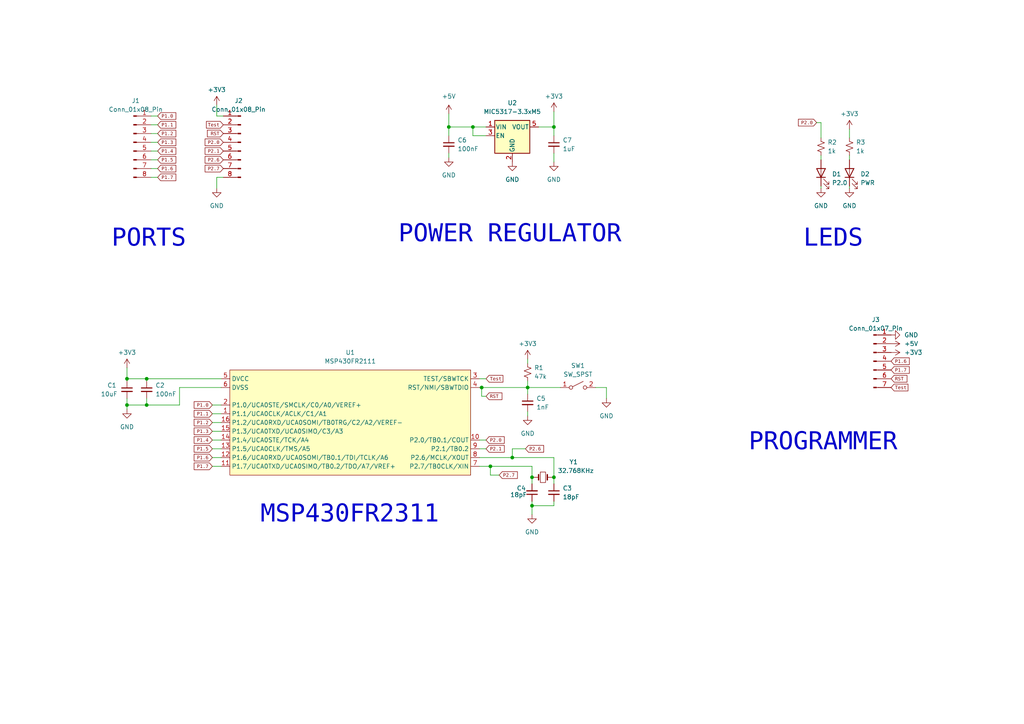
<source format=kicad_sch>
(kicad_sch (version 20230121) (generator eeschema)
  (paper "A4")
  (title_block (title "MSP430FR2111 Breakout") (date "2024-06-25") (rev "1.0") (company "Useful Splendour"))
  (lib_symbols
    (symbol "Connector:Conn_01x07_Pin" (pin_names (offset 1.016) hide)
      (property "Reference" "J" (at 0 10.16 0))
      (property "Value" "Conn_01x07_Pin" (at 0 -10.16 0))
      (symbol "Conn_01x07_Pin_1_1"
        (polyline (pts (xy 1.27 -7.62) (xy 0.8636 -7.62)) (stroke (width 0.1524)))
        (polyline (pts (xy 1.27 -5.08) (xy 0.8636 -5.08)) (stroke (width 0.1524)))
        (polyline (pts (xy 1.27 -2.54) (xy 0.8636 -2.54)) (stroke (width 0.1524)))
        (polyline (pts (xy 1.27 0) (xy 0.8636 0)) (stroke (width 0.1524)))
        (polyline (pts (xy 1.27 2.54) (xy 0.8636 2.54)) (stroke (width 0.1524)))
        (polyline (pts (xy 1.27 5.08) (xy 0.8636 5.08)) (stroke (width 0.1524)))
        (polyline (pts (xy 1.27 7.62) (xy 0.8636 7.62)) (stroke (width 0.1524)))
        (rectangle (start 0.8636 -7.493) (end 0 -7.747) (stroke (width 0.1524)) (fill (type outline)))
        (rectangle (start 0.8636 -4.953) (end 0 -5.207) (stroke (width 0.1524)) (fill (type outline)))
        (rectangle (start 0.8636 -2.413) (end 0 -2.667) (stroke (width 0.1524)) (fill (type outline)))
        (rectangle (start 0.8636 0.127) (end 0 -0.127) (stroke (width 0.1524)) (fill (type outline)))
        (rectangle (start 0.8636 2.667) (end 0 2.413) (stroke (width 0.1524)) (fill (type outline)))
        (rectangle (start 0.8636 5.207) (end 0 4.953) (stroke (width 0.1524)) (fill (type outline)))
        (rectangle (start 0.8636 7.747) (end 0 7.493) (stroke (width 0.1524)) (fill (type outline)))
        (pin passive line (at 5.08 7.62 180) (length 3.81) (name "Pin_1") (number "1"))
        (pin passive line (at 5.08 5.08 180) (length 3.81) (name "Pin_2") (number "2"))
        (pin passive line (at 5.08 2.54 180) (length 3.81) (name "Pin_3") (number "3"))
        (pin passive line (at 5.08 0 180) (length 3.81) (name "Pin_4") (number "4"))
        (pin passive line (at 5.08 -2.54 180) (length 3.81) (name "Pin_5") (number "5"))
        (pin passive line (at 5.08 -5.08 180) (length 3.81) (name "Pin_6") (number "6"))
        (pin passive line (at 5.08 -7.62 180) (length 3.81) (name "Pin_7") (number "7"))
      )
    )
    (symbol "Connector:Conn_01x08_Pin" (pin_names (offset 1.016) hide)
      (property "Reference" "J" (at 0 10.16 0))
      (property "Value" "Conn_01x08_Pin" (at 0 -12.7 0))
      (symbol "Conn_01x08_Pin_1_1"
        (polyline (pts (xy 1.27 -10.16) (xy 0.8636 -10.16)) (stroke (width 0.1524)))
        (polyline (pts (xy 1.27 -7.62) (xy 0.8636 -7.62)) (stroke (width 0.1524)))
        (polyline (pts (xy 1.27 -5.08) (xy 0.8636 -5.08)) (stroke (width 0.1524)))
        (polyline (pts (xy 1.27 -2.54) (xy 0.8636 -2.54)) (stroke (width 0.1524)))
        (polyline (pts (xy 1.27 0) (xy 0.8636 0)) (stroke (width 0.1524)))
        (polyline (pts (xy 1.27 2.54) (xy 0.8636 2.54)) (stroke (width 0.1524)))
        (polyline (pts (xy 1.27 5.08) (xy 0.8636 5.08)) (stroke (width 0.1524)))
        (polyline (pts (xy 1.27 7.62) (xy 0.8636 7.62)) (stroke (width 0.1524)))
        (rectangle (start 0.8636 -10.033) (end 0 -10.287) (stroke (width 0.1524)) (fill (type outline)))
        (rectangle (start 0.8636 -7.493) (end 0 -7.747) (stroke (width 0.1524)) (fill (type outline)))
        (rectangle (start 0.8636 -4.953) (end 0 -5.207) (stroke (width 0.1524)) (fill (type outline)))
        (rectangle (start 0.8636 -2.413) (end 0 -2.667) (stroke (width 0.1524)) (fill (type outline)))
        (rectangle (start 0.8636 0.127) (end 0 -0.127) (stroke (width 0.1524)) (fill (type outline)))
        (rectangle (start 0.8636 2.667) (end 0 2.413) (stroke (width 0.1524)) (fill (type outline)))
        (rectangle (start 0.8636 5.207) (end 0 4.953) (stroke (width 0.1524)) (fill (type outline)))
        (rectangle (start 0.8636 7.747) (end 0 7.493) (stroke (width 0.1524)) (fill (type outline)))
        (pin passive line (at 5.08 7.62 180) (length 3.81) (name "Pin_1") (number "1"))
        (pin passive line (at 5.08 5.08 180) (length 3.81) (name "Pin_2") (number "2"))
        (pin passive line (at 5.08 2.54 180) (length 3.81) (name "Pin_3") (number "3"))
        (pin passive line (at 5.08 0 180) (length 3.81) (name "Pin_4") (number "4"))
        (pin passive line (at 5.08 -2.54 180) (length 3.81) (name "Pin_5") (number "5"))
        (pin passive line (at 5.08 -5.08 180) (length 3.81) (name "Pin_6") (number "6"))
        (pin passive line (at 5.08 -7.62 180) (length 3.81) (name "Pin_7") (number "7"))
        (pin passive line (at 5.08 -10.16 180) (length 3.81) (name "Pin_8") (number "8"))
      )
    )
    (symbol "Device:C_Small" (pin_numbers hide) (pin_names (offset 0.254) hide)
      (property "Reference" "C" (at 0.254 1.778 0))
      (property "Value" "C_Small" (at 0.254 -2.032 0))
      (symbol "C_Small_0_1"
        (polyline (pts (xy -1.524 -0.508) (xy 1.524 -0.508)) (stroke (width 0.3302)))
        (polyline (pts (xy -1.524 0.508) (xy 1.524 0.508)) (stroke (width 0.3048)))
      )
      (symbol "C_Small_1_1"
        (pin passive line (at 0 2.54 270) (length 2.032) (name "~") (number "1"))
        (pin passive line (at 0 -2.54 90) (length 2.032) (name "~") (number "2"))
      )
    )
    (symbol "Device:Crystal_Small" (pin_numbers hide) (pin_names (offset 1.016) hide)
      (property "Reference" "Y" (at 0 2.54 0))
      (property "Value" "Crystal_Small" (at 0 -2.54 0))
      (symbol "Crystal_Small_0_1"
        (rectangle (start -0.762 -1.524) (end 0.762 1.524))
        (polyline (pts (xy -1.27 -0.762) (xy -1.27 0.762)) (stroke (width 0.381)))
        (polyline (pts (xy 1.27 -0.762) (xy 1.27 0.762)) (stroke (width 0.381)))
      )
      (symbol "Crystal_Small_1_1"
        (pin passive line (at -2.54 0 0) (length 1.27) (name "1") (number "1"))
        (pin passive line (at 2.54 0 180) (length 1.27) (name "2") (number "2"))
      )
    )
    (symbol "Device:LED" (pin_numbers hide) (pin_names (offset 1.016) hide)
      (property "Reference" "D" (at 0 2.54 0))
      (property "Value" "LED" (at 0 -2.54 0))
      (symbol "LED_0_1"
        (polyline (pts (xy -1.27 -1.27) (xy -1.27 1.27)) (stroke (width 0.254)))
        (polyline (pts (xy -1.27 0) (xy 1.27 0)))
        (polyline (pts (xy 1.27 -1.27) (xy 1.27 1.27) (xy -1.27 0) (xy 1.27 -1.27)) (stroke (width 0.254)))
        (polyline (pts (xy -3.048 -0.762) (xy -4.572 -2.286) (xy -3.81 -2.286) (xy -4.572 -2.286) (xy -4.572 -1.524)))
        (polyline (pts (xy -1.778 -0.762) (xy -3.302 -2.286) (xy -2.54 -2.286) (xy -3.302 -2.286) (xy -3.302 -1.524)))
      )
      (symbol "LED_1_1"
        (pin passive line (at -3.81 0 0) (length 2.54) (name "K") (number "1"))
        (pin passive line (at 3.81 0 180) (length 2.54) (name "A") (number "2"))
      )
    )
    (symbol "Device:R_Small_US" (pin_numbers hide) (pin_names (offset 0.254) hide)
      (property "Reference" "R" (at 0.762 0.508 0))
      (property "Value" "R_Small_US" (at 0.762 -1.016 0))
      (symbol "R_Small_US_1_1"
        (polyline (pts (xy 0 0) (xy 1.016 -0.381) (xy 0 -0.762) (xy -1.016 -1.143) (xy 0 -1.524)))
        (polyline (pts (xy 0 1.524) (xy 1.016 1.143) (xy 0 0.762) (xy -1.016 0.381) (xy 0 0)))
        (pin passive line (at 0 2.54 270) (length 1.016) (name "~") (number "1"))
        (pin passive line (at 0 -2.54 90) (length 1.016) (name "~") (number "2"))
      )
    )
    (symbol "EzerLonginus:MSP430FR2111"
      (property "Reference" "U" (at 0 11.43 0))
      (property "Value" "MSP430FR2111" (at 0 8.89 0))
      (symbol "MSP430FR2111_1_1"
        (rectangle (start -31.75 7.62) (end 38.1 -22.86) (fill (type background)))
        (pin bidirectional line (at -34.29 -5.08 0) (length 2.54) (name "P1.1/UCA0CLK/ACLK/C1/A1") (number "1"))
        (pin bidirectional line (at 40.64 -12.7 180) (length 2.54) (name "P2.0/TB0.1/COUT") (number "10"))
        (pin bidirectional line (at -34.29 -20.32 0) (length 2.54) (name "P1.7/UCA0TXD/UCA0SIMO/TB0.2/TDO/A7/VREF+") (number "11"))
        (pin bidirectional line (at -34.29 -17.78 0) (length 2.54) (name "P1.6/UCA0RXD/UCA0SOMI/TB0.1/TDI/TCLK/A6") (number "12"))
        (pin bidirectional line (at -34.29 -15.24 0) (length 2.54) (name "P1.5/UCA0CLK/TMS/A5") (number "13"))
        (pin bidirectional line (at -34.29 -12.7 0) (length 2.54) (name "P1.4/UCA0STE/TCK/A4") (number "14"))
        (pin bidirectional line (at -34.29 -10.16 0) (length 2.54) (name "P1.3/UCA0TXD/UCA0SIMO/C3/A3") (number "15"))
        (pin bidirectional line (at -34.29 -7.62 0) (length 2.54) (name "P1.2/UCA0RXD/UCA0SOMI/TB0TRG/C2/A2/VEREF-") (number "16"))
        (pin bidirectional line (at -34.29 -2.54 0) (length 2.54) (name "P1.0/UCA0STE/SMCLK/C0/A0/VEREF+") (number "2"))
        (pin bidirectional line (at 40.64 5.08 180) (length 2.54) (name "TEST/SBWTCK") (number "3"))
        (pin bidirectional line (at 40.64 2.54 180) (length 2.54) (name "RST/NMI/SBWTDIO") (number "4"))
        (pin power_in line (at -34.29 5.08 0) (length 2.54) (name "DVCC") (number "5"))
        (pin power_in line (at -34.29 2.54 0) (length 2.54) (name "DVSS") (number "6"))
        (pin bidirectional line (at 40.64 -20.32 180) (length 2.54) (name "P2.7/TB0CLK/XIN") (number "7"))
        (pin bidirectional line (at 40.64 -17.78 180) (length 2.54) (name "P2.6/MCLK/XOUT") (number "8"))
        (pin bidirectional line (at 40.64 -15.24 180) (length 2.54) (name "P2.1/TB0.2") (number "9"))
      )
    )
    (symbol "Regulator_Linear:MIC5317-3.3xM5" (pin_names (offset 0.254))
      (property "Reference" "U" (at -6.35 6.35 0))
      (property "Value" "MIC5317-3.3xM5" (at 0 6.35 0))
      (symbol "MIC5317-3.3xM5_0_1"
        (rectangle (start -5.08 4.445) (end 5.08 -5.08) (stroke (width 0.254)) (fill (type background)))
      )
      (symbol "MIC5317-3.3xM5_1_1"
        (pin power_in line (at -7.62 2.54 0) (length 2.54) (name "VIN") (number "1"))
        (pin power_in line (at 0 -7.62 90) (length 2.54) (name "GND") (number "2"))
        (pin input line (at -7.62 0 0) (length 2.54) (name "EN") (number "3"))
        (pin no_connect line (at 5.08 0 180) (length 2.54) hide (name "NC") (number "4"))
        (pin power_out line (at 7.62 2.54 180) (length 2.54) (name "VOUT") (number "5"))
      )
    )
    (symbol "Switch:SW_SPST" (pin_names (offset 0) hide)
      (property "Reference" "SW" (at 0 3.175 0))
      (property "Value" "SW_SPST" (at 0 -2.54 0))
      (symbol "SW_SPST_0_0"
        (circle (center -2.032 0) (radius 0.508))
        (polyline (pts (xy -1.524 0.254) (xy 1.524 1.778)))
        (circle (center 2.032 0) (radius 0.508))
      )
      (symbol "SW_SPST_1_1"
        (pin passive line (at -5.08 0 0) (length 2.54) (name "A") (number "1"))
        (pin passive line (at 5.08 0 180) (length 2.54) (name "B") (number "2"))
      )
    )
    (symbol "power:+3V3" (power) (pin_names (offset 0))
      (property "Value" "+3V3" (at 0 3.556 0))
      (symbol "+3V3_0_1"
        (polyline (pts (xy -0.762 1.27) (xy 0 2.54)))
        (polyline (pts (xy 0 0) (xy 0 2.54)))
        (polyline (pts (xy 0 2.54) (xy 0.762 1.27)))
      )
      (symbol "+3V3_1_1"
        (pin power_in line (at 0 0 90) (length 0) hide (name "+3V3") (number "1"))
      )
    )
    (symbol "power:+5V" (power) (pin_names (offset 0))
      (property "Value" "+5V" (at 0 3.556 0))
      (symbol "+5V_0_1"
        (polyline (pts (xy -0.762 1.27) (xy 0 2.54)))
        (polyline (pts (xy 0 0) (xy 0 2.54)))
        (polyline (pts (xy 0 2.54) (xy 0.762 1.27)))
      )
      (symbol "+5V_1_1"
        (pin power_in line (at 0 0 90) (length 0) hide (name "+5V") (number "1"))
      )
    )
    (symbol "power:GND" (power) (pin_names (offset 0))
      (property "Value" "GND" (at 0 -3.81 0))
      (symbol "GND_0_1"
        (polyline (pts (xy 0 0) (xy 0 -1.27) (xy 1.27 -1.27) (xy 0 -2.54) (xy -1.27 -1.27) (xy 0 -1.27)))
      )
      (symbol "GND_1_1"
        (pin power_in line (at 0 0 270) (length 0) hide (name "GND") (number "1"))
      )
    )
  )
  (junction (at 139.7 112.395))
  (junction (at 36.83 109.855))
  (junction (at 160.655 36.83))
  (junction (at 137.16 36.83))
  (junction (at 148.59 132.715))
  (junction (at 36.83 117.475))
  (junction (at 153.035 112.395))
  (junction (at 160.655 138.43))
  (junction (at 154.305 146.685))
  (junction (at 130.175 36.83))
  (junction (at 142.24 135.255))
  (junction (at 42.545 117.475))
  (junction (at 154.305 138.43))
  (junction (at 42.545 109.855))
  (wire (pts (xy 61.595 135.255) (xy 64.135 135.255)))
  (wire (pts (xy 154.305 146.685) (xy 154.305 149.225)))
  (wire (pts (xy 64.77 33.655) (xy 62.865 33.655)))
  (wire (pts (xy 140.97 127.635) (xy 139.065 127.635)))
  (wire (pts (xy 42.545 117.475) (xy 36.83 117.475)))
  (wire (pts (xy 140.97 130.175) (xy 139.065 130.175)))
  (wire (pts (xy 62.865 51.435) (xy 62.865 54.61)))
  (wire (pts (xy 36.83 117.475) (xy 36.83 118.745)))
  (wire (pts (xy 160.655 36.83) (xy 160.655 39.37)))
  (wire (pts (xy 139.7 112.395) (xy 139.7 114.935)))
  (wire (pts (xy 139.7 112.395) (xy 153.035 112.395)))
  (wire (pts (xy 238.125 54.61) (xy 238.125 53.975)))
  (wire (pts (xy 61.595 127.635) (xy 64.135 127.635)))
  (wire (pts (xy 45.72 36.195) (xy 43.815 36.195)))
  (wire (pts (xy 153.035 104.14) (xy 153.035 105.41)))
  (wire (pts (xy 45.72 41.275) (xy 43.815 41.275)))
  (wire (pts (xy 246.38 37.465) (xy 246.38 40.005)))
  (wire (pts (xy 137.16 36.83) (xy 130.175 36.83)))
  (wire (pts (xy 64.77 51.435) (xy 62.865 51.435)))
  (wire (pts (xy 160.655 138.43) (xy 160.655 140.335)))
  (wire (pts (xy 61.595 117.475) (xy 64.135 117.475)))
  (wire (pts (xy 45.72 38.735) (xy 43.815 38.735)))
  (wire (pts (xy 152.4 130.175) (xy 148.59 130.175)))
  (wire (pts (xy 36.83 115.57) (xy 36.83 117.475)))
  (wire (pts (xy 148.59 132.715) (xy 160.655 132.715)))
  (wire (pts (xy 246.38 54.61) (xy 246.38 53.975)))
  (wire (pts (xy 246.38 46.355) (xy 246.38 45.085)))
  (wire (pts (xy 142.24 135.255) (xy 142.24 137.795)))
  (wire (pts (xy 160.655 132.715) (xy 160.655 138.43)))
  (wire (pts (xy 140.97 114.935) (xy 139.7 114.935)))
  (wire (pts (xy 175.895 112.395) (xy 175.895 115.57)))
  (wire (pts (xy 154.305 145.415) (xy 154.305 146.685)))
  (wire (pts (xy 61.595 130.175) (xy 64.135 130.175)))
  (wire (pts (xy 142.24 137.795) (xy 144.78 137.795)))
  (wire (pts (xy 160.655 146.685) (xy 154.305 146.685)))
  (wire (pts (xy 45.72 33.655) (xy 43.815 33.655)))
  (wire (pts (xy 139.065 132.715) (xy 148.59 132.715)))
  (wire (pts (xy 45.72 51.435) (xy 43.815 51.435)))
  (wire (pts (xy 61.595 125.095) (xy 64.135 125.095)))
  (wire (pts (xy 42.545 115.57) (xy 42.545 117.475)))
  (wire (pts (xy 139.065 135.255) (xy 142.24 135.255)))
  (wire (pts (xy 153.035 112.395) (xy 153.035 114.3)))
  (wire (pts (xy 140.97 36.83) (xy 137.16 36.83)))
  (wire (pts (xy 137.16 39.37) (xy 137.16 36.83)))
  (wire (pts (xy 160.655 32.385) (xy 160.655 36.83)))
  (wire (pts (xy 156.21 36.83) (xy 160.655 36.83)))
  (wire (pts (xy 52.07 117.475) (xy 42.545 117.475)))
  (wire (pts (xy 36.83 109.855) (xy 36.83 110.49)))
  (wire (pts (xy 42.545 109.855) (xy 42.545 110.49)))
  (wire (pts (xy 238.125 40.005) (xy 238.125 35.56)))
  (wire (pts (xy 154.305 135.255) (xy 154.305 138.43)))
  (wire (pts (xy 153.035 120.65) (xy 153.035 119.38)))
  (wire (pts (xy 61.595 120.015) (xy 64.135 120.015)))
  (wire (pts (xy 154.305 138.43) (xy 154.305 140.335)))
  (wire (pts (xy 42.545 109.855) (xy 36.83 109.855)))
  (wire (pts (xy 238.125 46.355) (xy 238.125 45.085)))
  (wire (pts (xy 61.595 122.555) (xy 64.135 122.555)))
  (wire (pts (xy 64.135 112.395) (xy 52.07 112.395)))
  (wire (pts (xy 36.83 106.68) (xy 36.83 109.855)))
  (wire (pts (xy 153.035 110.49) (xy 153.035 112.395)))
  (wire (pts (xy 61.595 132.715) (xy 64.135 132.715)))
  (wire (pts (xy 45.72 48.895) (xy 43.815 48.895)))
  (wire (pts (xy 172.72 112.395) (xy 175.895 112.395)))
  (wire (pts (xy 62.865 33.655) (xy 62.865 30.48)))
  (wire (pts (xy 130.175 36.83) (xy 130.175 39.37)))
  (wire (pts (xy 153.035 112.395) (xy 162.56 112.395)))
  (wire (pts (xy 148.59 130.175) (xy 148.59 132.715)))
  (wire (pts (xy 45.72 46.355) (xy 43.815 46.355)))
  (wire (pts (xy 236.855 35.56) (xy 238.125 35.56)))
  (wire (pts (xy 130.175 44.45) (xy 130.175 45.72)))
  (wire (pts (xy 160.02 138.43) (xy 160.655 138.43)))
  (wire (pts (xy 140.97 109.855) (xy 139.065 109.855)))
  (wire (pts (xy 140.97 39.37) (xy 137.16 39.37)))
  (wire (pts (xy 160.655 46.99) (xy 160.655 44.45)))
  (wire (pts (xy 130.175 33.02) (xy 130.175 36.83)))
  (wire (pts (xy 142.24 135.255) (xy 154.305 135.255)))
  (wire (pts (xy 52.07 112.395) (xy 52.07 117.475)))
  (wire (pts (xy 139.065 112.395) (xy 139.7 112.395)))
  (wire (pts (xy 45.72 43.815) (xy 43.815 43.815)))
  (wire (pts (xy 160.655 145.415) (xy 160.655 146.685)))
  (wire (pts (xy 64.135 109.855) (xy 42.545 109.855)))
  (wire (pts (xy 154.305 138.43) (xy 154.94 138.43)))
  (text "LEDS" (at 233.045 73.66 0) (effects (font (size 5.12 5.12)) (justify left bottom)))
  (text "POWER REGULATOR" (at 115.57 72.39 0) (effects (font (size 5.12 5.12)) (justify left bottom)))
  (text "PROGRAMMER" (at 217.17 132.715 0) (effects (font (size 5.12 5.12)) (justify left bottom)))
  (text "PORTS" (at 32.385 73.66 0) (effects (font (size 5.12 5.12)) (justify left bottom)))
  (text "MSP430FR2311" (at 75.565 153.67 0) (effects (font (size 5.12 5.12)) (justify left bottom)))
  (global_label "P1.3" (shape input) (at 45.72 41.275 0) (effects (font (size 1 1))) (property "Intersheetrefs" "${INTERSHEET_REFS}" (effects hide)))
  (global_label "P1.1" (shape input) (at 45.72 36.195 0) (effects (font (size 1 1))) (property "Intersheetrefs" "${INTERSHEET_REFS}" (effects hide)))
  (global_label "P1.0" (shape input) (at 61.595 117.475 180) (effects (font (size 1 1))) (property "Intersheetrefs" "${INTERSHEET_REFS}" (effects hide)))
  (global_label "P2.0" (shape input) (at 236.855 35.56 180) (effects (font (size 1 1))) (property "Intersheetrefs" "${INTERSHEET_REFS}" (effects hide)))
  (global_label "P1.4" (shape input) (at 61.595 127.635 180) (effects (font (size 1 1))) (property "Intersheetrefs" "${INTERSHEET_REFS}" (effects hide)))
  (global_label "P1.2" (shape input) (at 61.595 122.555 180) (effects (font (size 1 1))) (property "Intersheetrefs" "${INTERSHEET_REFS}" (effects hide)))
  (global_label "P1.7" (shape input) (at 61.595 135.255 180) (effects (font (size 1 1))) (property "Intersheetrefs" "${INTERSHEET_REFS}" (effects hide)))
  (global_label "Test" (shape input) (at 64.77 36.195 180) (effects (font (size 1 1))) (property "Intersheetrefs" "${INTERSHEET_REFS}" (effects hide)))
  (global_label "P2.7" (shape input) (at 144.78 137.795 0) (effects (font (size 1 1))) (property "Intersheetrefs" "${INTERSHEET_REFS}" (effects hide)))
  (global_label "P1.6" (shape input) (at 45.72 48.895 0) (effects (font (size 1 1))) (property "Intersheetrefs" "${INTERSHEET_REFS}" (effects hide)))
  (global_label "P2.0" (shape input) (at 140.97 127.635 0) (effects (font (size 1 1))) (property "Intersheetrefs" "${INTERSHEET_REFS}" (effects hide)))
  (global_label "P1.6" (shape input) (at 61.595 132.715 180) (effects (font (size 1 1))) (property "Intersheetrefs" "${INTERSHEET_REFS}" (effects hide)))
  (global_label "P1.4" (shape input) (at 45.72 43.815 0) (effects (font (size 1 1))) (property "Intersheetrefs" "${INTERSHEET_REFS}" (effects hide)))
  (global_label "P1.6" (shape input) (at 258.445 104.775 0) (effects (font (size 1 1))) (property "Intersheetrefs" "${INTERSHEET_REFS}" (effects hide)))
  (global_label "RST" (shape input) (at 64.77 38.735 180) (effects (font (size 1 1))) (property "Intersheetrefs" "${INTERSHEET_REFS}" (effects hide)))
  (global_label "P2.1" (shape input) (at 64.77 43.815 180) (effects (font (size 1 1))) (property "Intersheetrefs" "${INTERSHEET_REFS}" (effects hide)))
  (global_label "RST" (shape input) (at 140.97 114.935 0) (effects (font (size 1 1))) (property "Intersheetrefs" "${INTERSHEET_REFS}" (effects hide)))
  (global_label "P2.7" (shape input) (at 64.77 48.895 180) (effects (font (size 1 1))) (property "Intersheetrefs" "${INTERSHEET_REFS}" (effects hide)))
  (global_label "P1.5" (shape input) (at 61.595 130.175 180) (effects (font (size 1 1))) (property "Intersheetrefs" "${INTERSHEET_REFS}" (effects hide)))
  (global_label "Test" (shape input) (at 140.97 109.855 0) (effects (font (size 1 1))) (property "Intersheetrefs" "${INTERSHEET_REFS}" (effects hide)))
  (global_label "P2.6" (shape input) (at 152.4 130.175 0) (effects (font (size 1 1))) (property "Intersheetrefs" "${INTERSHEET_REFS}" (effects hide)))
  (global_label "Test" (shape input) (at 258.445 112.395 0) (effects (font (size 1 1))) (property "Intersheetrefs" "${INTERSHEET_REFS}" (effects hide)))
  (global_label "P1.2" (shape input) (at 45.72 38.735 0) (effects (font (size 1 1))) (property "Intersheetrefs" "${INTERSHEET_REFS}" (effects hide)))
  (global_label "P2.6" (shape input) (at 64.77 46.355 180) (effects (font (size 1 1))) (property "Intersheetrefs" "${INTERSHEET_REFS}" (effects hide)))
  (global_label "P1.1" (shape input) (at 61.595 120.015 180) (effects (font (size 1 1))) (property "Intersheetrefs" "${INTERSHEET_REFS}" (effects hide)))
  (global_label "P1.7" (shape input) (at 45.72 51.435 0) (effects (font (size 1 1))) (property "Intersheetrefs" "${INTERSHEET_REFS}" (effects hide)))
  (global_label "P1.3" (shape input) (at 61.595 125.095 180) (effects (font (size 1 1))) (property "Intersheetrefs" "${INTERSHEET_REFS}" (effects hide)))
  (global_label "P2.0" (shape input) (at 64.77 41.275 180) (effects (font (size 1 1))) (property "Intersheetrefs" "${INTERSHEET_REFS}" (effects hide)))
  (global_label "P1.5" (shape input) (at 45.72 46.355 0) (effects (font (size 1 1))) (property "Intersheetrefs" "${INTERSHEET_REFS}" (effects hide)))
  (global_label "P2.1" (shape input) (at 140.97 130.175 0) (effects (font (size 1 1))) (property "Intersheetrefs" "${INTERSHEET_REFS}" (effects hide)))
  (global_label "RST" (shape input) (at 258.445 109.855 0) (effects (font (size 1 1))) (property "Intersheetrefs" "${INTERSHEET_REFS}" (effects hide)))
  (global_label "P1.0" (shape input) (at 45.72 33.655 0) (effects (font (size 1 1))) (property "Intersheetrefs" "${INTERSHEET_REFS}" (effects hide)))
  (global_label "P1.7" (shape input) (at 258.445 107.315 0) (effects (font (size 1 1))) (property "Intersheetrefs" "${INTERSHEET_REFS}" (effects hide)))
  (symbol (lib_id "power:+3V3") (at 153.035 104.14 0) (unit 1)
    (property "Reference" "#PWR04" (effects hide))
    (property "Value" "+3V3" (at 153.035 99.695 0))
  )
  (symbol (lib_id "power:GND") (at 258.445 97.155 90) (unit 1)
    (property "Reference" "#PWR012" (effects hide))
    (property "Value" "GND" (at 262.255 97.155 90) (effects (justify right)))
  )
  (symbol (lib_id "Device:Crystal_Small") (at 157.48 138.43 0) (unit 1)
    (property "Reference" "Y1" (at 166.37 133.985 0))
    (property "Value" "32.768KHz" (at 167.005 136.525 0))
    (property "Footprint" "Crystal:Crystal_SMD_EuroQuartz_EQ161-2Pin_3.2x1.5mm_HandSoldering" (effects hide))
  )
  (symbol (lib_id "power:GND") (at 175.895 115.57 0) (unit 1)
    (property "Reference" "#PWR06" (effects hide))
    (property "Value" "GND" (at 175.895 120.65 0))
  )
  (symbol (lib_id "Device:C_Small") (at 160.655 41.91 0) (unit 1)
    (property "Reference" "C7" (at 163.195 40.6463 0) (effects (justify left)))
    (property "Value" "1uF" (at 163.195 43.1863 0) (effects (justify left)))
    (property "Footprint" "Capacitor_SMD:C_0603_1608Metric" (effects hide))
  )
  (symbol (lib_id "Device:C_Small") (at 42.545 113.03 0) (unit 1)
    (property "Reference" "C2" (at 45.085 111.7663 0) (effects (justify left)))
    (property "Value" "100nF" (at 45.085 114.3063 0) (effects (justify left)))
    (property "Footprint" "Capacitor_SMD:C_0603_1608Metric" (effects hide))
  )
  (symbol (lib_id "Switch:SW_SPST") (at 167.64 112.395 0) (unit 1)
    (property "Reference" "SW1" (at 167.64 106.045 0))
    (property "Value" "SW_SPST" (at 167.64 108.585 0))
    (property "Footprint" "Button_Switch_THT:SW_PUSH_6mm" (effects hide))
  )
  (symbol (lib_id "power:GND") (at 160.655 46.99 0) (unit 1)
    (property "Reference" "#PWR019" (effects hide))
    (property "Value" "GND" (at 160.655 52.07 0))
  )
  (symbol (lib_id "Connector:Conn_01x07_Pin") (at 253.365 104.775 0) (unit 1)
    (property "Reference" "J3" (at 254 92.71 0))
    (property "Value" "Conn_01x07_Pin" (at 254 95.25 0))
    (property "Footprint" "Connector_PinHeader_2.54mm:PinHeader_1x07_P2.54mm_Vertical" (effects hide))
  )
  (symbol (lib_id "Device:C_Small") (at 36.83 113.03 0) (unit 1)
    (property "Reference" "C1" (at 31.115 111.76 0) (effects (justify left)))
    (property "Value" "10uF" (at 29.21 114.3 0) (effects (justify left)))
    (property "Footprint" "Capacitor_SMD:C_0805_2012Metric" (effects hide))
  )
  (symbol (lib_id "power:GND") (at 246.38 54.61 0) (unit 1)
    (property "Reference" "#PWR010" (effects hide))
    (property "Value" "GND" (at 246.38 59.69 0))
  )
  (symbol (lib_id "Device:C_Small") (at 160.655 142.875 0) (unit 1)
    (property "Reference" "C3" (at 163.195 141.6113 0) (effects (justify left)))
    (property "Value" "18pF" (at 163.195 144.1513 0) (effects (justify left)))
    (property "Footprint" "Capacitor_SMD:C_0603_1608Metric" (effects hide))
  )
  (symbol (lib_id "power:GND") (at 153.035 120.65 0) (unit 1)
    (property "Reference" "#PWR05" (effects hide))
    (property "Value" "GND" (at 153.035 125.73 0))
  )
  (symbol (lib_id "power:GND") (at 148.59 46.99 0) (unit 1)
    (property "Reference" "#PWR017" (effects hide))
    (property "Value" "GND" (at 148.59 52.07 0))
  )
  (symbol (lib_id "power:+5V") (at 258.445 99.695 270) (unit 1)
    (property "Reference" "#PWR015" (effects hide))
    (property "Value" "+5V" (at 262.255 99.695 90) (effects (justify left)))
  )
  (symbol (lib_id "power:+3V3") (at 246.38 37.465 0) (unit 1)
    (property "Reference" "#PWR09" (effects hide))
    (property "Value" "+3V3" (at 246.38 33.02 0))
  )
  (symbol (lib_id "Device:LED") (at 246.38 50.165 90) (unit 1)
    (property "Reference" "D2" (at 249.555 50.4825 90) (effects (justify right)))
    (property "Value" "PWR" (at 249.555 53.0225 90) (effects (justify right)))
    (property "Footprint" "LED_SMD:LED_0603_1608Metric_Pad1.05x0.95mm_HandSolder" (effects hide))
  )
  (symbol (lib_id "Connector:Conn_01x08_Pin") (at 69.85 41.275 0) (mirror y) (unit 1)
    (property "Reference" "J2" (at 69.215 29.21 0))
    (property "Value" "Conn_01x08_Pin" (at 69.215 31.75 0))
    (property "Footprint" "Connector_PinHeader_2.54mm:PinHeader_1x08_P2.54mm_Vertical" (effects hide))
  )
  (symbol (lib_id "Device:C_Small") (at 154.305 142.875 180) (unit 1)
    (property "Reference" "C4" (at 149.86 141.605 0) (effects (justify right)))
    (property "Value" "18pF" (at 147.955 143.51 0) (effects (justify right)))
    (property "Footprint" "Capacitor_SMD:C_0603_1608Metric" (effects hide))
  )
  (symbol (lib_id "Device:R_Small_US") (at 153.035 107.95 0) (unit 1)
    (property "Reference" "R1" (at 154.94 106.68 0) (effects (justify left)))
    (property "Value" "47k" (at 154.94 109.22 0) (effects (justify left)))
    (property "Footprint" "Resistor_SMD:R_0603_1608Metric_Pad0.98x0.95mm_HandSolder" (effects hide))
  )
  (symbol (lib_id "Device:R_Small_US") (at 238.125 42.545 0) (unit 1)
    (property "Reference" "R2" (at 240.03 41.275 0) (effects (justify left)))
    (property "Value" "1k" (at 240.03 43.815 0) (effects (justify left)))
    (property "Footprint" "Resistor_SMD:R_0603_1608Metric_Pad0.98x0.95mm_HandSolder" (effects hide))
  )
  (symbol (lib_id "power:GND") (at 154.305 149.225 0) (unit 1)
    (property "Reference" "#PWR03" (effects hide))
    (property "Value" "GND" (at 154.305 154.305 0))
  )
  (symbol (lib_id "Device:LED") (at 238.125 50.165 90) (unit 1)
    (property "Reference" "D1" (at 241.3 50.4825 90) (effects (justify right)))
    (property "Value" "P2.0" (at 241.3 53.0225 90) (effects (justify right)))
    (property "Footprint" "LED_SMD:LED_0603_1608Metric_Pad1.05x0.95mm_HandSolder" (effects hide))
  )
  (symbol (lib_id "EzerLonginus:MSP430FR2111") (at 98.425 114.935 0) (unit 1)
    (property "Reference" "U1" (at 101.6 102.235 0))
    (property "Value" "MSP430FR2111" (at 101.6 104.775 0))
    (property "Footprint" "Package_SO:TSSOP-16_4.4x5mm_P0.65mm" (effects hide))
    (property "Datasheet" "chrome-extension://efaidnbmnnnibpcajpcglclefindmkaj/https://www.ti.com/lit/ds/symlink/msp430fr2111.pdf?HQS=dis-dk-null-digikeymode-dsf-pf-null-wwe&ts=1718912809961&ref_url=https%253A%252F%252Fwww.ti.com%252Fgeneral%252Fdocs%252Fsuppproductinfo.tsp%253FdistId%253D10%2526gotoUrl%253Dhttps%253A%252F%252Fwww.ti.com%252Flit%252Fgpn%252Fmsp430fr2111" (effects hide))
  )
  (symbol (lib_id "power:GND") (at 62.865 54.61 0) (unit 1)
    (property "Reference" "#PWR08" (effects hide))
    (property "Value" "GND" (at 62.865 59.69 0))
  )
  (symbol (lib_id "power:+3V3") (at 258.445 102.235 270) (unit 1)
    (property "Reference" "#PWR013" (effects hide))
    (property "Value" "+3V3" (at 262.255 102.235 90) (effects (justify left)))
  )
  (symbol (lib_id "Device:C_Small") (at 153.035 116.84 0) (unit 1)
    (property "Reference" "C5" (at 155.575 115.5763 0) (effects (justify left)))
    (property "Value" "1nF" (at 155.575 118.1163 0) (effects (justify left)))
    (property "Footprint" "Capacitor_SMD:C_0603_1608Metric" (effects hide))
  )
  (symbol (lib_id "power:+3V3") (at 160.655 32.385 0) (unit 1)
    (property "Reference" "#PWR014" (effects hide))
    (property "Value" "+3V3" (at 160.655 27.94 0))
  )
  (symbol (lib_id "power:GND") (at 130.175 45.72 0) (unit 1)
    (property "Reference" "#PWR018" (effects hide))
    (property "Value" "GND" (at 130.175 50.8 0))
  )
  (symbol (lib_id "power:+5V") (at 130.175 33.02 0) (unit 1)
    (property "Reference" "#PWR016" (effects hide))
    (property "Value" "+5V" (at 130.175 27.94 0))
  )
  (symbol (lib_id "power:+3V3") (at 62.865 30.48 0) (unit 1)
    (property "Reference" "#PWR07" (effects hide))
    (property "Value" "+3V3" (at 62.865 26.035 0))
  )
  (symbol (lib_id "power:+3V3") (at 36.83 106.68 0) (unit 1)
    (property "Reference" "#PWR01" (effects hide))
    (property "Value" "+3V3" (at 36.83 102.235 0))
  )
  (symbol (lib_id "Connector:Conn_01x08_Pin") (at 38.735 41.275 0) (unit 1)
    (property "Reference" "J1" (at 39.37 29.21 0))
    (property "Value" "Conn_01x08_Pin" (at 39.37 31.75 0))
    (property "Footprint" "Connector_PinHeader_2.54mm:PinHeader_1x08_P2.54mm_Vertical" (effects hide))
  )
  (symbol (lib_id "Device:C_Small") (at 130.175 41.91 0) (unit 1)
    (property "Reference" "C6" (at 132.715 40.6463 0) (effects (justify left)))
    (property "Value" "100nF" (at 132.715 43.1863 0) (effects (justify left)))
    (property "Footprint" "Capacitor_SMD:C_0603_1608Metric" (effects hide))
  )
  (symbol (lib_id "Device:R_Small_US") (at 246.38 42.545 0) (unit 1)
    (property "Reference" "R3" (at 248.285 41.275 0) (effects (justify left)))
    (property "Value" "1k" (at 248.285 43.815 0) (effects (justify left)))
    (property "Footprint" "Resistor_SMD:R_0603_1608Metric_Pad0.98x0.95mm_HandSolder" (effects hide))
  )
  (symbol (lib_id "power:GND") (at 36.83 118.745 0) (unit 1)
    (property "Reference" "#PWR02" (effects hide))
    (property "Value" "GND" (at 36.83 123.825 0))
  )
  (symbol (lib_id "power:GND") (at 238.125 54.61 0) (unit 1)
    (property "Reference" "#PWR011" (effects hide))
    (property "Value" "GND" (at 238.125 59.69 0))
  )
  (symbol (lib_id "Regulator_Linear:MIC5317-3.3xM5") (at 148.59 39.37 0) (unit 1)
    (property "Reference" "U2" (at 148.59 29.845 0))
    (property "Value" "MIC5317-3.3xM5" (at 148.59 32.385 0))
    (property "Footprint" "Package_TO_SOT_SMD:SOT-23-5" (effects hide))
    (property "Datasheet" "https://ww1.microchip.com/downloads/aemDocuments/documents/OTH/ProductDocuments/DataSheets/MIC5317-High-Performance-Single-150mA-LDO-DS20006195B.pdf" (effects hide))
  )
)
</source>
